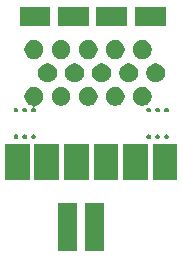
<source format=gts>
G04 #@! TF.GenerationSoftware,KiCad,Pcbnew,(5.1.5)-3*
G04 #@! TF.CreationDate,2020-06-27T01:04:32-04:00*
G04 #@! TF.ProjectId,VGA_PANEL_BREAKOUT,5647415f-5041-44e4-954c-5f425245414b,rev?*
G04 #@! TF.SameCoordinates,Original*
G04 #@! TF.FileFunction,Soldermask,Top*
G04 #@! TF.FilePolarity,Negative*
%FSLAX46Y46*%
G04 Gerber Fmt 4.6, Leading zero omitted, Abs format (unit mm)*
G04 Created by KiCad (PCBNEW (5.1.5)-3) date 2020-06-27 01:04:32*
%MOMM*%
%LPD*%
G04 APERTURE LIST*
%ADD10C,0.100000*%
G04 APERTURE END LIST*
D10*
G36*
X162566000Y-111101000D02*
G01*
X160964000Y-111101000D01*
X160964000Y-106999000D01*
X162566000Y-106999000D01*
X162566000Y-111101000D01*
G37*
G36*
X160276000Y-111101000D02*
G01*
X158674000Y-111101000D01*
X158674000Y-106999000D01*
X160276000Y-106999000D01*
X160276000Y-111101000D01*
G37*
G36*
X161301000Y-105101000D02*
G01*
X159199000Y-105101000D01*
X159199000Y-101999000D01*
X161301000Y-101999000D01*
X161301000Y-105101000D01*
G37*
G36*
X158801000Y-105101000D02*
G01*
X156699000Y-105101000D01*
X156699000Y-101999000D01*
X158801000Y-101999000D01*
X158801000Y-105101000D01*
G37*
G36*
X156301000Y-105101000D02*
G01*
X154199000Y-105101000D01*
X154199000Y-101999000D01*
X156301000Y-101999000D01*
X156301000Y-105101000D01*
G37*
G36*
X168801000Y-105101000D02*
G01*
X166699000Y-105101000D01*
X166699000Y-101999000D01*
X168801000Y-101999000D01*
X168801000Y-105101000D01*
G37*
G36*
X166301000Y-105101000D02*
G01*
X164199000Y-105101000D01*
X164199000Y-101999000D01*
X166301000Y-101999000D01*
X166301000Y-105101000D01*
G37*
G36*
X163801000Y-105101000D02*
G01*
X161699000Y-105101000D01*
X161699000Y-101999000D01*
X163801000Y-101999000D01*
X163801000Y-105101000D01*
G37*
G36*
X155183626Y-101206723D02*
G01*
X155183627Y-101206723D01*
X155183630Y-101206724D01*
X155220209Y-101221876D01*
X155253130Y-101243873D01*
X155281127Y-101271870D01*
X155303124Y-101304791D01*
X155318276Y-101341370D01*
X155326000Y-101380203D01*
X155326000Y-101419797D01*
X155318276Y-101458630D01*
X155303124Y-101495209D01*
X155281127Y-101528130D01*
X155253130Y-101556127D01*
X155220209Y-101578124D01*
X155183630Y-101593276D01*
X155183627Y-101593277D01*
X155183626Y-101593277D01*
X155144798Y-101601000D01*
X155105202Y-101601000D01*
X155066374Y-101593277D01*
X155066373Y-101593277D01*
X155066370Y-101593276D01*
X155029791Y-101578124D01*
X154996870Y-101556127D01*
X154968873Y-101528130D01*
X154946876Y-101495209D01*
X154931724Y-101458630D01*
X154924000Y-101419797D01*
X154924000Y-101380203D01*
X154931724Y-101341370D01*
X154946876Y-101304791D01*
X154968873Y-101271870D01*
X154996870Y-101243873D01*
X155029791Y-101221876D01*
X155066370Y-101206724D01*
X155066373Y-101206723D01*
X155066374Y-101206723D01*
X155105202Y-101199000D01*
X155144798Y-101199000D01*
X155183626Y-101206723D01*
G37*
G36*
X155933626Y-101206723D02*
G01*
X155933627Y-101206723D01*
X155933630Y-101206724D01*
X155970209Y-101221876D01*
X156003130Y-101243873D01*
X156031127Y-101271870D01*
X156053124Y-101304791D01*
X156068276Y-101341370D01*
X156076000Y-101380203D01*
X156076000Y-101419797D01*
X156068276Y-101458630D01*
X156053124Y-101495209D01*
X156031127Y-101528130D01*
X156003130Y-101556127D01*
X155970209Y-101578124D01*
X155933630Y-101593276D01*
X155933627Y-101593277D01*
X155933626Y-101593277D01*
X155894798Y-101601000D01*
X155855202Y-101601000D01*
X155816374Y-101593277D01*
X155816373Y-101593277D01*
X155816370Y-101593276D01*
X155779791Y-101578124D01*
X155746870Y-101556127D01*
X155718873Y-101528130D01*
X155696876Y-101495209D01*
X155681724Y-101458630D01*
X155674000Y-101419797D01*
X155674000Y-101380203D01*
X155681724Y-101341370D01*
X155696876Y-101304791D01*
X155718873Y-101271870D01*
X155746870Y-101243873D01*
X155779791Y-101221876D01*
X155816370Y-101206724D01*
X155816373Y-101206723D01*
X155816374Y-101206723D01*
X155855202Y-101199000D01*
X155894798Y-101199000D01*
X155933626Y-101206723D01*
G37*
G36*
X156683626Y-101206723D02*
G01*
X156683627Y-101206723D01*
X156683630Y-101206724D01*
X156720209Y-101221876D01*
X156753130Y-101243873D01*
X156781127Y-101271870D01*
X156803124Y-101304791D01*
X156818276Y-101341370D01*
X156826000Y-101380203D01*
X156826000Y-101419797D01*
X156818276Y-101458630D01*
X156803124Y-101495209D01*
X156781127Y-101528130D01*
X156753130Y-101556127D01*
X156720209Y-101578124D01*
X156683630Y-101593276D01*
X156683627Y-101593277D01*
X156683626Y-101593277D01*
X156644798Y-101601000D01*
X156605202Y-101601000D01*
X156566374Y-101593277D01*
X156566373Y-101593277D01*
X156566370Y-101593276D01*
X156529791Y-101578124D01*
X156496870Y-101556127D01*
X156468873Y-101528130D01*
X156446876Y-101495209D01*
X156431724Y-101458630D01*
X156424000Y-101419797D01*
X156424000Y-101380203D01*
X156431724Y-101341370D01*
X156446876Y-101304791D01*
X156468873Y-101271870D01*
X156496870Y-101243873D01*
X156529791Y-101221876D01*
X156566370Y-101206724D01*
X156566373Y-101206723D01*
X156566374Y-101206723D01*
X156605202Y-101199000D01*
X156644798Y-101199000D01*
X156683626Y-101206723D01*
G37*
G36*
X166433626Y-101206723D02*
G01*
X166433627Y-101206723D01*
X166433630Y-101206724D01*
X166470209Y-101221876D01*
X166503130Y-101243873D01*
X166531127Y-101271870D01*
X166553124Y-101304791D01*
X166568276Y-101341370D01*
X166576000Y-101380203D01*
X166576000Y-101419797D01*
X166568276Y-101458630D01*
X166553124Y-101495209D01*
X166531127Y-101528130D01*
X166503130Y-101556127D01*
X166470209Y-101578124D01*
X166433630Y-101593276D01*
X166433627Y-101593277D01*
X166433626Y-101593277D01*
X166394798Y-101601000D01*
X166355202Y-101601000D01*
X166316374Y-101593277D01*
X166316373Y-101593277D01*
X166316370Y-101593276D01*
X166279791Y-101578124D01*
X166246870Y-101556127D01*
X166218873Y-101528130D01*
X166196876Y-101495209D01*
X166181724Y-101458630D01*
X166174000Y-101419797D01*
X166174000Y-101380203D01*
X166181724Y-101341370D01*
X166196876Y-101304791D01*
X166218873Y-101271870D01*
X166246870Y-101243873D01*
X166279791Y-101221876D01*
X166316370Y-101206724D01*
X166316373Y-101206723D01*
X166316374Y-101206723D01*
X166355202Y-101199000D01*
X166394798Y-101199000D01*
X166433626Y-101206723D01*
G37*
G36*
X167933626Y-101206723D02*
G01*
X167933627Y-101206723D01*
X167933630Y-101206724D01*
X167970209Y-101221876D01*
X168003130Y-101243873D01*
X168031127Y-101271870D01*
X168053124Y-101304791D01*
X168068276Y-101341370D01*
X168076000Y-101380203D01*
X168076000Y-101419797D01*
X168068276Y-101458630D01*
X168053124Y-101495209D01*
X168031127Y-101528130D01*
X168003130Y-101556127D01*
X167970209Y-101578124D01*
X167933630Y-101593276D01*
X167933627Y-101593277D01*
X167933626Y-101593277D01*
X167894798Y-101601000D01*
X167855202Y-101601000D01*
X167816374Y-101593277D01*
X167816373Y-101593277D01*
X167816370Y-101593276D01*
X167779791Y-101578124D01*
X167746870Y-101556127D01*
X167718873Y-101528130D01*
X167696876Y-101495209D01*
X167681724Y-101458630D01*
X167674000Y-101419797D01*
X167674000Y-101380203D01*
X167681724Y-101341370D01*
X167696876Y-101304791D01*
X167718873Y-101271870D01*
X167746870Y-101243873D01*
X167779791Y-101221876D01*
X167816370Y-101206724D01*
X167816373Y-101206723D01*
X167816374Y-101206723D01*
X167855202Y-101199000D01*
X167894798Y-101199000D01*
X167933626Y-101206723D01*
G37*
G36*
X167183626Y-101206723D02*
G01*
X167183627Y-101206723D01*
X167183630Y-101206724D01*
X167220209Y-101221876D01*
X167253130Y-101243873D01*
X167281127Y-101271870D01*
X167303124Y-101304791D01*
X167318276Y-101341370D01*
X167326000Y-101380203D01*
X167326000Y-101419797D01*
X167318276Y-101458630D01*
X167303124Y-101495209D01*
X167281127Y-101528130D01*
X167253130Y-101556127D01*
X167220209Y-101578124D01*
X167183630Y-101593276D01*
X167183627Y-101593277D01*
X167183626Y-101593277D01*
X167144798Y-101601000D01*
X167105202Y-101601000D01*
X167066374Y-101593277D01*
X167066373Y-101593277D01*
X167066370Y-101593276D01*
X167029791Y-101578124D01*
X166996870Y-101556127D01*
X166968873Y-101528130D01*
X166946876Y-101495209D01*
X166931724Y-101458630D01*
X166924000Y-101419797D01*
X166924000Y-101380203D01*
X166931724Y-101341370D01*
X166946876Y-101304791D01*
X166968873Y-101271870D01*
X166996870Y-101243873D01*
X167029791Y-101221876D01*
X167066370Y-101206724D01*
X167066373Y-101206723D01*
X167066374Y-101206723D01*
X167105202Y-101199000D01*
X167144798Y-101199000D01*
X167183626Y-101206723D01*
G37*
G36*
X155183626Y-98956723D02*
G01*
X155183627Y-98956723D01*
X155183630Y-98956724D01*
X155220209Y-98971876D01*
X155253130Y-98993873D01*
X155281127Y-99021870D01*
X155303124Y-99054791D01*
X155318276Y-99091370D01*
X155326000Y-99130203D01*
X155326000Y-99169797D01*
X155318276Y-99208630D01*
X155303124Y-99245209D01*
X155281127Y-99278130D01*
X155253130Y-99306127D01*
X155220209Y-99328124D01*
X155183630Y-99343276D01*
X155183627Y-99343277D01*
X155183626Y-99343277D01*
X155144798Y-99351000D01*
X155105202Y-99351000D01*
X155066374Y-99343277D01*
X155066373Y-99343277D01*
X155066370Y-99343276D01*
X155029791Y-99328124D01*
X154996870Y-99306127D01*
X154968873Y-99278130D01*
X154946876Y-99245209D01*
X154931724Y-99208630D01*
X154924000Y-99169797D01*
X154924000Y-99130203D01*
X154931724Y-99091370D01*
X154946876Y-99054791D01*
X154968873Y-99021870D01*
X154996870Y-98993873D01*
X155029791Y-98971876D01*
X155066370Y-98956724D01*
X155066373Y-98956723D01*
X155066374Y-98956723D01*
X155105202Y-98949000D01*
X155144798Y-98949000D01*
X155183626Y-98956723D01*
G37*
G36*
X155933626Y-98956723D02*
G01*
X155933627Y-98956723D01*
X155933630Y-98956724D01*
X155970209Y-98971876D01*
X156003130Y-98993873D01*
X156031127Y-99021870D01*
X156053124Y-99054791D01*
X156068276Y-99091370D01*
X156076000Y-99130203D01*
X156076000Y-99169797D01*
X156068276Y-99208630D01*
X156053124Y-99245209D01*
X156031127Y-99278130D01*
X156003130Y-99306127D01*
X155970209Y-99328124D01*
X155933630Y-99343276D01*
X155933627Y-99343277D01*
X155933626Y-99343277D01*
X155894798Y-99351000D01*
X155855202Y-99351000D01*
X155816374Y-99343277D01*
X155816373Y-99343277D01*
X155816370Y-99343276D01*
X155779791Y-99328124D01*
X155746870Y-99306127D01*
X155718873Y-99278130D01*
X155696876Y-99245209D01*
X155681724Y-99208630D01*
X155674000Y-99169797D01*
X155674000Y-99130203D01*
X155681724Y-99091370D01*
X155696876Y-99054791D01*
X155718873Y-99021870D01*
X155746870Y-98993873D01*
X155779791Y-98971876D01*
X155816370Y-98956724D01*
X155816373Y-98956723D01*
X155816374Y-98956723D01*
X155855202Y-98949000D01*
X155894798Y-98949000D01*
X155933626Y-98956723D01*
G37*
G36*
X156888642Y-97209781D02*
G01*
X157034414Y-97270162D01*
X157034416Y-97270163D01*
X157165608Y-97357822D01*
X157277178Y-97469392D01*
X157364837Y-97600584D01*
X157364838Y-97600586D01*
X157425219Y-97746358D01*
X157456000Y-97901107D01*
X157456000Y-98058893D01*
X157425219Y-98213642D01*
X157364838Y-98359414D01*
X157364837Y-98359416D01*
X157277178Y-98490608D01*
X157165608Y-98602178D01*
X157034416Y-98689837D01*
X157034415Y-98689838D01*
X157034414Y-98689838D01*
X156888642Y-98750219D01*
X156799190Y-98768012D01*
X156775741Y-98775125D01*
X156754130Y-98786676D01*
X156735189Y-98802221D01*
X156719643Y-98821163D01*
X156708092Y-98842774D01*
X156700979Y-98866223D01*
X156698577Y-98890609D01*
X156700979Y-98914995D01*
X156708092Y-98938444D01*
X156719643Y-98960055D01*
X156735188Y-98978996D01*
X156752271Y-98993015D01*
X156753127Y-98993871D01*
X156753130Y-98993873D01*
X156781127Y-99021870D01*
X156803124Y-99054791D01*
X156818276Y-99091370D01*
X156826000Y-99130203D01*
X156826000Y-99169797D01*
X156818276Y-99208630D01*
X156803124Y-99245209D01*
X156781127Y-99278130D01*
X156753130Y-99306127D01*
X156720209Y-99328124D01*
X156683630Y-99343276D01*
X156683627Y-99343277D01*
X156683626Y-99343277D01*
X156644798Y-99351000D01*
X156605202Y-99351000D01*
X156566374Y-99343277D01*
X156566373Y-99343277D01*
X156566370Y-99343276D01*
X156529791Y-99328124D01*
X156496870Y-99306127D01*
X156468873Y-99278130D01*
X156446876Y-99245209D01*
X156431724Y-99208630D01*
X156424000Y-99169797D01*
X156424000Y-99130203D01*
X156431724Y-99091370D01*
X156446876Y-99054791D01*
X156468873Y-99021870D01*
X156496870Y-98993873D01*
X156509632Y-98985345D01*
X156528575Y-98969800D01*
X156544121Y-98950858D01*
X156555672Y-98929247D01*
X156562785Y-98905798D01*
X156565187Y-98881412D01*
X156562785Y-98857026D01*
X156555672Y-98833577D01*
X156544121Y-98811967D01*
X156528576Y-98793025D01*
X156509634Y-98777479D01*
X156488023Y-98765928D01*
X156464574Y-98758815D01*
X156421357Y-98750219D01*
X156275586Y-98689838D01*
X156275585Y-98689838D01*
X156275584Y-98689837D01*
X156144392Y-98602178D01*
X156032822Y-98490608D01*
X155945163Y-98359416D01*
X155945162Y-98359414D01*
X155884781Y-98213642D01*
X155854000Y-98058893D01*
X155854000Y-97901107D01*
X155884781Y-97746358D01*
X155945162Y-97600586D01*
X155945163Y-97600584D01*
X156032822Y-97469392D01*
X156144392Y-97357822D01*
X156275584Y-97270163D01*
X156275586Y-97270162D01*
X156421358Y-97209781D01*
X156576107Y-97179000D01*
X156733893Y-97179000D01*
X156888642Y-97209781D01*
G37*
G36*
X167933626Y-98956723D02*
G01*
X167933627Y-98956723D01*
X167933630Y-98956724D01*
X167970209Y-98971876D01*
X168003130Y-98993873D01*
X168031127Y-99021870D01*
X168053124Y-99054791D01*
X168068276Y-99091370D01*
X168076000Y-99130203D01*
X168076000Y-99169797D01*
X168068276Y-99208630D01*
X168053124Y-99245209D01*
X168031127Y-99278130D01*
X168003130Y-99306127D01*
X167970209Y-99328124D01*
X167933630Y-99343276D01*
X167933627Y-99343277D01*
X167933626Y-99343277D01*
X167894798Y-99351000D01*
X167855202Y-99351000D01*
X167816374Y-99343277D01*
X167816373Y-99343277D01*
X167816370Y-99343276D01*
X167779791Y-99328124D01*
X167746870Y-99306127D01*
X167718873Y-99278130D01*
X167696876Y-99245209D01*
X167681724Y-99208630D01*
X167674000Y-99169797D01*
X167674000Y-99130203D01*
X167681724Y-99091370D01*
X167696876Y-99054791D01*
X167718873Y-99021870D01*
X167746870Y-98993873D01*
X167779791Y-98971876D01*
X167816370Y-98956724D01*
X167816373Y-98956723D01*
X167816374Y-98956723D01*
X167855202Y-98949000D01*
X167894798Y-98949000D01*
X167933626Y-98956723D01*
G37*
G36*
X167183626Y-98956723D02*
G01*
X167183627Y-98956723D01*
X167183630Y-98956724D01*
X167220209Y-98971876D01*
X167253130Y-98993873D01*
X167281127Y-99021870D01*
X167303124Y-99054791D01*
X167318276Y-99091370D01*
X167326000Y-99130203D01*
X167326000Y-99169797D01*
X167318276Y-99208630D01*
X167303124Y-99245209D01*
X167281127Y-99278130D01*
X167253130Y-99306127D01*
X167220209Y-99328124D01*
X167183630Y-99343276D01*
X167183627Y-99343277D01*
X167183626Y-99343277D01*
X167144798Y-99351000D01*
X167105202Y-99351000D01*
X167066374Y-99343277D01*
X167066373Y-99343277D01*
X167066370Y-99343276D01*
X167029791Y-99328124D01*
X166996870Y-99306127D01*
X166968873Y-99278130D01*
X166946876Y-99245209D01*
X166931724Y-99208630D01*
X166924000Y-99169797D01*
X166924000Y-99130203D01*
X166931724Y-99091370D01*
X166946876Y-99054791D01*
X166968873Y-99021870D01*
X166996870Y-98993873D01*
X167029791Y-98971876D01*
X167066370Y-98956724D01*
X167066373Y-98956723D01*
X167066374Y-98956723D01*
X167105202Y-98949000D01*
X167144798Y-98949000D01*
X167183626Y-98956723D01*
G37*
G36*
X166433626Y-98956723D02*
G01*
X166433627Y-98956723D01*
X166433630Y-98956724D01*
X166470209Y-98971876D01*
X166503130Y-98993873D01*
X166531127Y-99021870D01*
X166553124Y-99054791D01*
X166568276Y-99091370D01*
X166576000Y-99130203D01*
X166576000Y-99169797D01*
X166568276Y-99208630D01*
X166553124Y-99245209D01*
X166531127Y-99278130D01*
X166503130Y-99306127D01*
X166470209Y-99328124D01*
X166433630Y-99343276D01*
X166433627Y-99343277D01*
X166433626Y-99343277D01*
X166394798Y-99351000D01*
X166355202Y-99351000D01*
X166316374Y-99343277D01*
X166316373Y-99343277D01*
X166316370Y-99343276D01*
X166279791Y-99328124D01*
X166246870Y-99306127D01*
X166218873Y-99278130D01*
X166196876Y-99245209D01*
X166181724Y-99208630D01*
X166174000Y-99169797D01*
X166174000Y-99130203D01*
X166181724Y-99091370D01*
X166196876Y-99054791D01*
X166218873Y-99021870D01*
X166246870Y-98993873D01*
X166279791Y-98971876D01*
X166316370Y-98956724D01*
X166316373Y-98956723D01*
X166316374Y-98956723D01*
X166355202Y-98949000D01*
X166394798Y-98949000D01*
X166433626Y-98956723D01*
G37*
G36*
X163758642Y-97209781D02*
G01*
X163904414Y-97270162D01*
X163904416Y-97270163D01*
X164035608Y-97357822D01*
X164147178Y-97469392D01*
X164234837Y-97600584D01*
X164234838Y-97600586D01*
X164295219Y-97746358D01*
X164326000Y-97901107D01*
X164326000Y-98058893D01*
X164295219Y-98213642D01*
X164234838Y-98359414D01*
X164234837Y-98359416D01*
X164147178Y-98490608D01*
X164035608Y-98602178D01*
X163904416Y-98689837D01*
X163904415Y-98689838D01*
X163904414Y-98689838D01*
X163758642Y-98750219D01*
X163603893Y-98781000D01*
X163446107Y-98781000D01*
X163291358Y-98750219D01*
X163145586Y-98689838D01*
X163145585Y-98689838D01*
X163145584Y-98689837D01*
X163014392Y-98602178D01*
X162902822Y-98490608D01*
X162815163Y-98359416D01*
X162815162Y-98359414D01*
X162754781Y-98213642D01*
X162724000Y-98058893D01*
X162724000Y-97901107D01*
X162754781Y-97746358D01*
X162815162Y-97600586D01*
X162815163Y-97600584D01*
X162902822Y-97469392D01*
X163014392Y-97357822D01*
X163145584Y-97270163D01*
X163145586Y-97270162D01*
X163291358Y-97209781D01*
X163446107Y-97179000D01*
X163603893Y-97179000D01*
X163758642Y-97209781D01*
G37*
G36*
X161468642Y-97209781D02*
G01*
X161614414Y-97270162D01*
X161614416Y-97270163D01*
X161745608Y-97357822D01*
X161857178Y-97469392D01*
X161944837Y-97600584D01*
X161944838Y-97600586D01*
X162005219Y-97746358D01*
X162036000Y-97901107D01*
X162036000Y-98058893D01*
X162005219Y-98213642D01*
X161944838Y-98359414D01*
X161944837Y-98359416D01*
X161857178Y-98490608D01*
X161745608Y-98602178D01*
X161614416Y-98689837D01*
X161614415Y-98689838D01*
X161614414Y-98689838D01*
X161468642Y-98750219D01*
X161313893Y-98781000D01*
X161156107Y-98781000D01*
X161001358Y-98750219D01*
X160855586Y-98689838D01*
X160855585Y-98689838D01*
X160855584Y-98689837D01*
X160724392Y-98602178D01*
X160612822Y-98490608D01*
X160525163Y-98359416D01*
X160525162Y-98359414D01*
X160464781Y-98213642D01*
X160434000Y-98058893D01*
X160434000Y-97901107D01*
X160464781Y-97746358D01*
X160525162Y-97600586D01*
X160525163Y-97600584D01*
X160612822Y-97469392D01*
X160724392Y-97357822D01*
X160855584Y-97270163D01*
X160855586Y-97270162D01*
X161001358Y-97209781D01*
X161156107Y-97179000D01*
X161313893Y-97179000D01*
X161468642Y-97209781D01*
G37*
G36*
X159178642Y-97209781D02*
G01*
X159324414Y-97270162D01*
X159324416Y-97270163D01*
X159455608Y-97357822D01*
X159567178Y-97469392D01*
X159654837Y-97600584D01*
X159654838Y-97600586D01*
X159715219Y-97746358D01*
X159746000Y-97901107D01*
X159746000Y-98058893D01*
X159715219Y-98213642D01*
X159654838Y-98359414D01*
X159654837Y-98359416D01*
X159567178Y-98490608D01*
X159455608Y-98602178D01*
X159324416Y-98689837D01*
X159324415Y-98689838D01*
X159324414Y-98689838D01*
X159178642Y-98750219D01*
X159023893Y-98781000D01*
X158866107Y-98781000D01*
X158711358Y-98750219D01*
X158565586Y-98689838D01*
X158565585Y-98689838D01*
X158565584Y-98689837D01*
X158434392Y-98602178D01*
X158322822Y-98490608D01*
X158235163Y-98359416D01*
X158235162Y-98359414D01*
X158174781Y-98213642D01*
X158144000Y-98058893D01*
X158144000Y-97901107D01*
X158174781Y-97746358D01*
X158235162Y-97600586D01*
X158235163Y-97600584D01*
X158322822Y-97469392D01*
X158434392Y-97357822D01*
X158565584Y-97270163D01*
X158565586Y-97270162D01*
X158711358Y-97209781D01*
X158866107Y-97179000D01*
X159023893Y-97179000D01*
X159178642Y-97209781D01*
G37*
G36*
X166048642Y-97209781D02*
G01*
X166194414Y-97270162D01*
X166194416Y-97270163D01*
X166325608Y-97357822D01*
X166437178Y-97469392D01*
X166524837Y-97600584D01*
X166524838Y-97600586D01*
X166585219Y-97746358D01*
X166616000Y-97901107D01*
X166616000Y-98058893D01*
X166585219Y-98213642D01*
X166524838Y-98359414D01*
X166524837Y-98359416D01*
X166437178Y-98490608D01*
X166325608Y-98602178D01*
X166194416Y-98689837D01*
X166194415Y-98689838D01*
X166194414Y-98689838D01*
X166048642Y-98750219D01*
X165893893Y-98781000D01*
X165736107Y-98781000D01*
X165581358Y-98750219D01*
X165435586Y-98689838D01*
X165435585Y-98689838D01*
X165435584Y-98689837D01*
X165304392Y-98602178D01*
X165192822Y-98490608D01*
X165105163Y-98359416D01*
X165105162Y-98359414D01*
X165044781Y-98213642D01*
X165014000Y-98058893D01*
X165014000Y-97901107D01*
X165044781Y-97746358D01*
X165105162Y-97600586D01*
X165105163Y-97600584D01*
X165192822Y-97469392D01*
X165304392Y-97357822D01*
X165435584Y-97270163D01*
X165435586Y-97270162D01*
X165581358Y-97209781D01*
X165736107Y-97179000D01*
X165893893Y-97179000D01*
X166048642Y-97209781D01*
G37*
G36*
X164903642Y-95229781D02*
G01*
X165049414Y-95290162D01*
X165049416Y-95290163D01*
X165180608Y-95377822D01*
X165292178Y-95489392D01*
X165379837Y-95620584D01*
X165379838Y-95620586D01*
X165440219Y-95766358D01*
X165471000Y-95921107D01*
X165471000Y-96078893D01*
X165440219Y-96233642D01*
X165379838Y-96379414D01*
X165379837Y-96379416D01*
X165292178Y-96510608D01*
X165180608Y-96622178D01*
X165049416Y-96709837D01*
X165049415Y-96709838D01*
X165049414Y-96709838D01*
X164903642Y-96770219D01*
X164748893Y-96801000D01*
X164591107Y-96801000D01*
X164436358Y-96770219D01*
X164290586Y-96709838D01*
X164290585Y-96709838D01*
X164290584Y-96709837D01*
X164159392Y-96622178D01*
X164047822Y-96510608D01*
X163960163Y-96379416D01*
X163960162Y-96379414D01*
X163899781Y-96233642D01*
X163869000Y-96078893D01*
X163869000Y-95921107D01*
X163899781Y-95766358D01*
X163960162Y-95620586D01*
X163960163Y-95620584D01*
X164047822Y-95489392D01*
X164159392Y-95377822D01*
X164290584Y-95290163D01*
X164290586Y-95290162D01*
X164436358Y-95229781D01*
X164591107Y-95199000D01*
X164748893Y-95199000D01*
X164903642Y-95229781D01*
G37*
G36*
X167193642Y-95229781D02*
G01*
X167339414Y-95290162D01*
X167339416Y-95290163D01*
X167470608Y-95377822D01*
X167582178Y-95489392D01*
X167669837Y-95620584D01*
X167669838Y-95620586D01*
X167730219Y-95766358D01*
X167761000Y-95921107D01*
X167761000Y-96078893D01*
X167730219Y-96233642D01*
X167669838Y-96379414D01*
X167669837Y-96379416D01*
X167582178Y-96510608D01*
X167470608Y-96622178D01*
X167339416Y-96709837D01*
X167339415Y-96709838D01*
X167339414Y-96709838D01*
X167193642Y-96770219D01*
X167038893Y-96801000D01*
X166881107Y-96801000D01*
X166726358Y-96770219D01*
X166580586Y-96709838D01*
X166580585Y-96709838D01*
X166580584Y-96709837D01*
X166449392Y-96622178D01*
X166337822Y-96510608D01*
X166250163Y-96379416D01*
X166250162Y-96379414D01*
X166189781Y-96233642D01*
X166159000Y-96078893D01*
X166159000Y-95921107D01*
X166189781Y-95766358D01*
X166250162Y-95620586D01*
X166250163Y-95620584D01*
X166337822Y-95489392D01*
X166449392Y-95377822D01*
X166580584Y-95290163D01*
X166580586Y-95290162D01*
X166726358Y-95229781D01*
X166881107Y-95199000D01*
X167038893Y-95199000D01*
X167193642Y-95229781D01*
G37*
G36*
X162613642Y-95229781D02*
G01*
X162759414Y-95290162D01*
X162759416Y-95290163D01*
X162890608Y-95377822D01*
X163002178Y-95489392D01*
X163089837Y-95620584D01*
X163089838Y-95620586D01*
X163150219Y-95766358D01*
X163181000Y-95921107D01*
X163181000Y-96078893D01*
X163150219Y-96233642D01*
X163089838Y-96379414D01*
X163089837Y-96379416D01*
X163002178Y-96510608D01*
X162890608Y-96622178D01*
X162759416Y-96709837D01*
X162759415Y-96709838D01*
X162759414Y-96709838D01*
X162613642Y-96770219D01*
X162458893Y-96801000D01*
X162301107Y-96801000D01*
X162146358Y-96770219D01*
X162000586Y-96709838D01*
X162000585Y-96709838D01*
X162000584Y-96709837D01*
X161869392Y-96622178D01*
X161757822Y-96510608D01*
X161670163Y-96379416D01*
X161670162Y-96379414D01*
X161609781Y-96233642D01*
X161579000Y-96078893D01*
X161579000Y-95921107D01*
X161609781Y-95766358D01*
X161670162Y-95620586D01*
X161670163Y-95620584D01*
X161757822Y-95489392D01*
X161869392Y-95377822D01*
X162000584Y-95290163D01*
X162000586Y-95290162D01*
X162146358Y-95229781D01*
X162301107Y-95199000D01*
X162458893Y-95199000D01*
X162613642Y-95229781D01*
G37*
G36*
X160323642Y-95229781D02*
G01*
X160469414Y-95290162D01*
X160469416Y-95290163D01*
X160600608Y-95377822D01*
X160712178Y-95489392D01*
X160799837Y-95620584D01*
X160799838Y-95620586D01*
X160860219Y-95766358D01*
X160891000Y-95921107D01*
X160891000Y-96078893D01*
X160860219Y-96233642D01*
X160799838Y-96379414D01*
X160799837Y-96379416D01*
X160712178Y-96510608D01*
X160600608Y-96622178D01*
X160469416Y-96709837D01*
X160469415Y-96709838D01*
X160469414Y-96709838D01*
X160323642Y-96770219D01*
X160168893Y-96801000D01*
X160011107Y-96801000D01*
X159856358Y-96770219D01*
X159710586Y-96709838D01*
X159710585Y-96709838D01*
X159710584Y-96709837D01*
X159579392Y-96622178D01*
X159467822Y-96510608D01*
X159380163Y-96379416D01*
X159380162Y-96379414D01*
X159319781Y-96233642D01*
X159289000Y-96078893D01*
X159289000Y-95921107D01*
X159319781Y-95766358D01*
X159380162Y-95620586D01*
X159380163Y-95620584D01*
X159467822Y-95489392D01*
X159579392Y-95377822D01*
X159710584Y-95290163D01*
X159710586Y-95290162D01*
X159856358Y-95229781D01*
X160011107Y-95199000D01*
X160168893Y-95199000D01*
X160323642Y-95229781D01*
G37*
G36*
X158033642Y-95229781D02*
G01*
X158179414Y-95290162D01*
X158179416Y-95290163D01*
X158310608Y-95377822D01*
X158422178Y-95489392D01*
X158509837Y-95620584D01*
X158509838Y-95620586D01*
X158570219Y-95766358D01*
X158601000Y-95921107D01*
X158601000Y-96078893D01*
X158570219Y-96233642D01*
X158509838Y-96379414D01*
X158509837Y-96379416D01*
X158422178Y-96510608D01*
X158310608Y-96622178D01*
X158179416Y-96709837D01*
X158179415Y-96709838D01*
X158179414Y-96709838D01*
X158033642Y-96770219D01*
X157878893Y-96801000D01*
X157721107Y-96801000D01*
X157566358Y-96770219D01*
X157420586Y-96709838D01*
X157420585Y-96709838D01*
X157420584Y-96709837D01*
X157289392Y-96622178D01*
X157177822Y-96510608D01*
X157090163Y-96379416D01*
X157090162Y-96379414D01*
X157029781Y-96233642D01*
X156999000Y-96078893D01*
X156999000Y-95921107D01*
X157029781Y-95766358D01*
X157090162Y-95620586D01*
X157090163Y-95620584D01*
X157177822Y-95489392D01*
X157289392Y-95377822D01*
X157420584Y-95290163D01*
X157420586Y-95290162D01*
X157566358Y-95229781D01*
X157721107Y-95199000D01*
X157878893Y-95199000D01*
X158033642Y-95229781D01*
G37*
G36*
X161468642Y-93249781D02*
G01*
X161614414Y-93310162D01*
X161614416Y-93310163D01*
X161745608Y-93397822D01*
X161857178Y-93509392D01*
X161944837Y-93640584D01*
X161944838Y-93640586D01*
X162005219Y-93786358D01*
X162036000Y-93941107D01*
X162036000Y-94098893D01*
X162005219Y-94253642D01*
X161944838Y-94399414D01*
X161944837Y-94399416D01*
X161857178Y-94530608D01*
X161745608Y-94642178D01*
X161614416Y-94729837D01*
X161614415Y-94729838D01*
X161614414Y-94729838D01*
X161468642Y-94790219D01*
X161313893Y-94821000D01*
X161156107Y-94821000D01*
X161001358Y-94790219D01*
X160855586Y-94729838D01*
X160855585Y-94729838D01*
X160855584Y-94729837D01*
X160724392Y-94642178D01*
X160612822Y-94530608D01*
X160525163Y-94399416D01*
X160525162Y-94399414D01*
X160464781Y-94253642D01*
X160434000Y-94098893D01*
X160434000Y-93941107D01*
X160464781Y-93786358D01*
X160525162Y-93640586D01*
X160525163Y-93640584D01*
X160612822Y-93509392D01*
X160724392Y-93397822D01*
X160855584Y-93310163D01*
X160855586Y-93310162D01*
X161001358Y-93249781D01*
X161156107Y-93219000D01*
X161313893Y-93219000D01*
X161468642Y-93249781D01*
G37*
G36*
X166048642Y-93249781D02*
G01*
X166194414Y-93310162D01*
X166194416Y-93310163D01*
X166325608Y-93397822D01*
X166437178Y-93509392D01*
X166524837Y-93640584D01*
X166524838Y-93640586D01*
X166585219Y-93786358D01*
X166616000Y-93941107D01*
X166616000Y-94098893D01*
X166585219Y-94253642D01*
X166524838Y-94399414D01*
X166524837Y-94399416D01*
X166437178Y-94530608D01*
X166325608Y-94642178D01*
X166194416Y-94729837D01*
X166194415Y-94729838D01*
X166194414Y-94729838D01*
X166048642Y-94790219D01*
X165893893Y-94821000D01*
X165736107Y-94821000D01*
X165581358Y-94790219D01*
X165435586Y-94729838D01*
X165435585Y-94729838D01*
X165435584Y-94729837D01*
X165304392Y-94642178D01*
X165192822Y-94530608D01*
X165105163Y-94399416D01*
X165105162Y-94399414D01*
X165044781Y-94253642D01*
X165014000Y-94098893D01*
X165014000Y-93941107D01*
X165044781Y-93786358D01*
X165105162Y-93640586D01*
X165105163Y-93640584D01*
X165192822Y-93509392D01*
X165304392Y-93397822D01*
X165435584Y-93310163D01*
X165435586Y-93310162D01*
X165581358Y-93249781D01*
X165736107Y-93219000D01*
X165893893Y-93219000D01*
X166048642Y-93249781D01*
G37*
G36*
X163758642Y-93249781D02*
G01*
X163904414Y-93310162D01*
X163904416Y-93310163D01*
X164035608Y-93397822D01*
X164147178Y-93509392D01*
X164234837Y-93640584D01*
X164234838Y-93640586D01*
X164295219Y-93786358D01*
X164326000Y-93941107D01*
X164326000Y-94098893D01*
X164295219Y-94253642D01*
X164234838Y-94399414D01*
X164234837Y-94399416D01*
X164147178Y-94530608D01*
X164035608Y-94642178D01*
X163904416Y-94729837D01*
X163904415Y-94729838D01*
X163904414Y-94729838D01*
X163758642Y-94790219D01*
X163603893Y-94821000D01*
X163446107Y-94821000D01*
X163291358Y-94790219D01*
X163145586Y-94729838D01*
X163145585Y-94729838D01*
X163145584Y-94729837D01*
X163014392Y-94642178D01*
X162902822Y-94530608D01*
X162815163Y-94399416D01*
X162815162Y-94399414D01*
X162754781Y-94253642D01*
X162724000Y-94098893D01*
X162724000Y-93941107D01*
X162754781Y-93786358D01*
X162815162Y-93640586D01*
X162815163Y-93640584D01*
X162902822Y-93509392D01*
X163014392Y-93397822D01*
X163145584Y-93310163D01*
X163145586Y-93310162D01*
X163291358Y-93249781D01*
X163446107Y-93219000D01*
X163603893Y-93219000D01*
X163758642Y-93249781D01*
G37*
G36*
X159178642Y-93249781D02*
G01*
X159324414Y-93310162D01*
X159324416Y-93310163D01*
X159455608Y-93397822D01*
X159567178Y-93509392D01*
X159654837Y-93640584D01*
X159654838Y-93640586D01*
X159715219Y-93786358D01*
X159746000Y-93941107D01*
X159746000Y-94098893D01*
X159715219Y-94253642D01*
X159654838Y-94399414D01*
X159654837Y-94399416D01*
X159567178Y-94530608D01*
X159455608Y-94642178D01*
X159324416Y-94729837D01*
X159324415Y-94729838D01*
X159324414Y-94729838D01*
X159178642Y-94790219D01*
X159023893Y-94821000D01*
X158866107Y-94821000D01*
X158711358Y-94790219D01*
X158565586Y-94729838D01*
X158565585Y-94729838D01*
X158565584Y-94729837D01*
X158434392Y-94642178D01*
X158322822Y-94530608D01*
X158235163Y-94399416D01*
X158235162Y-94399414D01*
X158174781Y-94253642D01*
X158144000Y-94098893D01*
X158144000Y-93941107D01*
X158174781Y-93786358D01*
X158235162Y-93640586D01*
X158235163Y-93640584D01*
X158322822Y-93509392D01*
X158434392Y-93397822D01*
X158565584Y-93310163D01*
X158565586Y-93310162D01*
X158711358Y-93249781D01*
X158866107Y-93219000D01*
X159023893Y-93219000D01*
X159178642Y-93249781D01*
G37*
G36*
X156888642Y-93249781D02*
G01*
X157034414Y-93310162D01*
X157034416Y-93310163D01*
X157165608Y-93397822D01*
X157277178Y-93509392D01*
X157364837Y-93640584D01*
X157364838Y-93640586D01*
X157425219Y-93786358D01*
X157456000Y-93941107D01*
X157456000Y-94098893D01*
X157425219Y-94253642D01*
X157364838Y-94399414D01*
X157364837Y-94399416D01*
X157277178Y-94530608D01*
X157165608Y-94642178D01*
X157034416Y-94729837D01*
X157034415Y-94729838D01*
X157034414Y-94729838D01*
X156888642Y-94790219D01*
X156733893Y-94821000D01*
X156576107Y-94821000D01*
X156421358Y-94790219D01*
X156275586Y-94729838D01*
X156275585Y-94729838D01*
X156275584Y-94729837D01*
X156144392Y-94642178D01*
X156032822Y-94530608D01*
X155945163Y-94399416D01*
X155945162Y-94399414D01*
X155884781Y-94253642D01*
X155854000Y-94098893D01*
X155854000Y-93941107D01*
X155884781Y-93786358D01*
X155945162Y-93640586D01*
X155945163Y-93640584D01*
X156032822Y-93509392D01*
X156144392Y-93397822D01*
X156275584Y-93310163D01*
X156275586Y-93310162D01*
X156421358Y-93249781D01*
X156576107Y-93219000D01*
X156733893Y-93219000D01*
X156888642Y-93249781D01*
G37*
G36*
X161301000Y-92001000D02*
G01*
X158699000Y-92001000D01*
X158699000Y-90399000D01*
X161301000Y-90399000D01*
X161301000Y-92001000D01*
G37*
G36*
X158051000Y-92001000D02*
G01*
X155449000Y-92001000D01*
X155449000Y-90399000D01*
X158051000Y-90399000D01*
X158051000Y-92001000D01*
G37*
G36*
X167801000Y-92001000D02*
G01*
X165199000Y-92001000D01*
X165199000Y-90399000D01*
X167801000Y-90399000D01*
X167801000Y-92001000D01*
G37*
G36*
X164551000Y-92001000D02*
G01*
X161949000Y-92001000D01*
X161949000Y-90399000D01*
X164551000Y-90399000D01*
X164551000Y-92001000D01*
G37*
M02*

</source>
